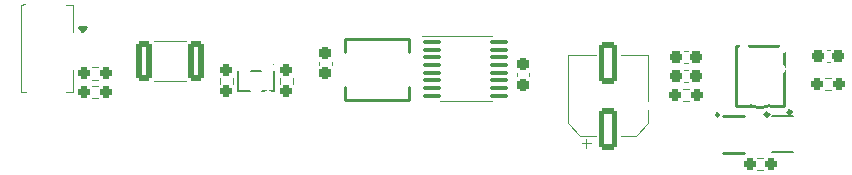
<source format=gbr>
%TF.GenerationSoftware,KiCad,Pcbnew,(6.0.6-0)*%
%TF.CreationDate,2022-09-10T00:16:47-07:00*%
%TF.ProjectId,Battery Extension PCB,42617474-6572-4792-9045-7874656e7369,rev?*%
%TF.SameCoordinates,Original*%
%TF.FileFunction,Legend,Top*%
%TF.FilePolarity,Positive*%
%FSLAX46Y46*%
G04 Gerber Fmt 4.6, Leading zero omitted, Abs format (unit mm)*
G04 Created by KiCad (PCBNEW (6.0.6-0)) date 2022-09-10 00:16:47*
%MOMM*%
%LPD*%
G01*
G04 APERTURE LIST*
G04 Aperture macros list*
%AMRoundRect*
0 Rectangle with rounded corners*
0 $1 Rounding radius*
0 $2 $3 $4 $5 $6 $7 $8 $9 X,Y pos of 4 corners*
0 Add a 4 corners polygon primitive as box body*
4,1,4,$2,$3,$4,$5,$6,$7,$8,$9,$2,$3,0*
0 Add four circle primitives for the rounded corners*
1,1,$1+$1,$2,$3*
1,1,$1+$1,$4,$5*
1,1,$1+$1,$6,$7*
1,1,$1+$1,$8,$9*
0 Add four rect primitives between the rounded corners*
20,1,$1+$1,$2,$3,$4,$5,0*
20,1,$1+$1,$4,$5,$6,$7,0*
20,1,$1+$1,$6,$7,$8,$9,0*
20,1,$1+$1,$8,$9,$2,$3,0*%
G04 Aperture macros list end*
%ADD10C,0.152400*%
%ADD11C,0.300000*%
%ADD12C,0.100000*%
%ADD13C,0.120000*%
%ADD14C,0.254001*%
%ADD15C,0.059995*%
%ADD16R,3.500000X2.000000*%
%ADD17R,2.000000X3.500000*%
%ADD18R,1.072009X0.532004*%
%ADD19RoundRect,0.237500X-0.300000X-0.237500X0.300000X-0.237500X0.300000X0.237500X-0.300000X0.237500X0*%
%ADD20R,3.000000X2.100000*%
%ADD21R,1.600000X0.800000*%
%ADD22RoundRect,0.237500X-0.250000X-0.237500X0.250000X-0.237500X0.250000X0.237500X-0.250000X0.237500X0*%
%ADD23RoundRect,0.250000X-0.400000X-1.450000X0.400000X-1.450000X0.400000X1.450000X-0.400000X1.450000X0*%
%ADD24R,1.000000X0.550013*%
%ADD25RoundRect,0.237500X0.237500X-0.300000X0.237500X0.300000X-0.237500X0.300000X-0.237500X-0.300000X0*%
%ADD26R,1.900000X2.500000*%
%ADD27RoundRect,0.237500X-0.237500X0.300000X-0.237500X-0.300000X0.237500X-0.300000X0.237500X0.300000X0*%
%ADD28RoundRect,0.237500X0.237500X-0.250000X0.237500X0.250000X-0.237500X0.250000X-0.237500X-0.250000X0*%
%ADD29R,1.200000X0.600000*%
%ADD30R,2.500000X3.499873*%
%ADD31RoundRect,0.237500X0.300000X0.237500X-0.300000X0.237500X-0.300000X-0.237500X0.300000X-0.237500X0*%
%ADD32RoundRect,0.250000X0.550000X-1.500000X0.550000X1.500000X-0.550000X1.500000X-0.550000X-1.500000X0*%
%ADD33RoundRect,0.100000X-0.687500X-0.100000X0.687500X-0.100000X0.687500X0.100000X-0.687500X0.100000X0*%
%ADD34R,2.460000X2.310000*%
%ADD35RoundRect,0.237500X0.250000X0.237500X-0.250000X0.237500X-0.250000X-0.237500X0.250000X-0.237500X0*%
%ADD36RoundRect,0.237500X-0.237500X0.250000X-0.237500X-0.250000X0.237500X-0.250000X0.237500X0.250000X0*%
%ADD37R,0.532004X1.037490*%
%ADD38C,0.800000*%
%ADD39C,1.300000*%
G04 APERTURE END LIST*
D10*
%TO.C,U6*%
X133711493Y-75336446D02*
X135489903Y-75336446D01*
X133711493Y-78414830D02*
X135489903Y-78414830D01*
D11*
X133449313Y-75207363D02*
G75*
G03*
X133449313Y-75207363I-150114J0D01*
G01*
D12*
X133250711Y-75412595D02*
G75*
G03*
X133250711Y-75412595I-50013J0D01*
G01*
D13*
%TO.C,C5*%
X126294933Y-70868000D02*
X126587467Y-70868000D01*
X126294933Y-69848000D02*
X126587467Y-69848000D01*
D14*
%TO.C,U1*%
X75609712Y-67805931D02*
X75020354Y-67806465D01*
X75579155Y-67847105D02*
X75619694Y-67805931D01*
X75020354Y-67826785D02*
X75309915Y-68116345D01*
D13*
X74529651Y-65895975D02*
X73975485Y-65913000D01*
X70129600Y-65895975D02*
X70129600Y-73296025D01*
D14*
X75309915Y-68116345D02*
X75579155Y-67847105D01*
D13*
X73924685Y-73304400D02*
X74529651Y-73296025D01*
X74529651Y-65895975D02*
X74534285Y-68249800D01*
X70444885Y-65887600D02*
X70129600Y-65895975D01*
X70129600Y-73296025D02*
X70521085Y-73304400D01*
X74529651Y-73253600D02*
X74529651Y-70993000D01*
D14*
X75020354Y-67806465D02*
X75020354Y-67826785D01*
D13*
%TO.C,R7*%
X138190218Y-73146307D02*
X138699666Y-73146307D01*
X138190218Y-72101307D02*
X138699666Y-72101307D01*
%TO.C,F1*%
X81366948Y-68952800D02*
X84139452Y-68952800D01*
X81366948Y-72372800D02*
X84139452Y-72372800D01*
%TO.C,R2*%
X76150376Y-71207100D02*
X76659824Y-71207100D01*
X76150376Y-72252100D02*
X76659824Y-72252100D01*
D14*
%TO.C,U3*%
X131385898Y-78437996D02*
X129585873Y-78437996D01*
X131385898Y-75337970D02*
X129585873Y-75337970D01*
X129215895Y-75237081D02*
G75*
G03*
X129215895Y-75237081I-127000J0D01*
G01*
D15*
X129115871Y-75453007D02*
G75*
G03*
X129115871Y-75453007I-29998J0D01*
G01*
D13*
%TO.C,C3*%
X113133600Y-71977467D02*
X113133600Y-71684933D01*
X112113600Y-71977467D02*
X112113600Y-71684933D01*
%TO.C,R5*%
X132470482Y-78869039D02*
X132979930Y-78869039D01*
X132470482Y-79914039D02*
X132979930Y-79914039D01*
D14*
%TO.C,U7*%
X102979200Y-69892847D02*
X102979200Y-68774025D01*
X102979200Y-73973975D02*
X97579200Y-73974000D01*
X97579200Y-72855153D02*
X97579200Y-73974000D01*
X97579200Y-68774000D02*
X97579200Y-69892847D01*
X97579200Y-68774000D02*
X102979200Y-68774025D01*
X102979200Y-73973975D02*
X102979200Y-72855153D01*
D15*
X97609172Y-73974000D02*
G75*
G03*
X97609172Y-73974000I-29997J0D01*
G01*
D13*
%TO.C,C2*%
X95400400Y-70719733D02*
X95400400Y-71012267D01*
X96420400Y-70719733D02*
X96420400Y-71012267D01*
%TO.C,R3*%
X92085900Y-72593924D02*
X92085900Y-72084476D01*
X93130900Y-72593924D02*
X93130900Y-72084476D01*
D14*
%TO.C,U5*%
X134754580Y-69413496D02*
X134754580Y-74513572D01*
X133504644Y-74513318D02*
X134754580Y-74513318D01*
X130654504Y-74513318D02*
X130654504Y-69413242D01*
X130654504Y-69413496D02*
X134754580Y-69413496D01*
X131904440Y-74513318D02*
X130654504Y-74513318D01*
X131904440Y-74463280D02*
G75*
G03*
X133504644Y-74463280I800102J1683851D01*
G01*
X135374849Y-74993379D02*
G75*
G03*
X135374849Y-74993379I-170180J0D01*
G01*
D15*
X135684476Y-74417560D02*
G75*
G03*
X135684476Y-74417560I-29972J0D01*
G01*
D13*
%TO.C,C1*%
X138627067Y-69746400D02*
X138334533Y-69746400D01*
X138627067Y-70766400D02*
X138334533Y-70766400D01*
%TO.C,C6*%
X116427200Y-75960763D02*
X116427200Y-70205200D01*
X116427200Y-70205200D02*
X118777200Y-70205200D01*
X123247200Y-70205200D02*
X120897200Y-70205200D01*
X122182763Y-77025200D02*
X120897200Y-77025200D01*
X117989700Y-78052700D02*
X117989700Y-77265200D01*
X117491637Y-77025200D02*
X116427200Y-75960763D01*
X122182763Y-77025200D02*
X123247200Y-75960763D01*
X123247200Y-75960763D02*
X123247200Y-70205200D01*
X117595950Y-77658950D02*
X118383450Y-77658950D01*
X117491637Y-77025200D02*
X118777200Y-77025200D01*
%TO.C,C4*%
X126587467Y-71473600D02*
X126294933Y-71473600D01*
X126587467Y-72493600D02*
X126294933Y-72493600D01*
%TO.C,U4*%
X107772779Y-74102512D02*
X109972779Y-74102512D01*
X107772779Y-74102512D02*
X105572779Y-74102512D01*
X107772779Y-68582512D02*
X104122779Y-68582512D01*
X107772779Y-68582512D02*
X109972779Y-68582512D01*
%TO.C,R1*%
X76659824Y-73826900D02*
X76150376Y-73826900D01*
X76659824Y-72781900D02*
X76150376Y-72781900D01*
%TO.C,R4*%
X88050900Y-72084476D02*
X88050900Y-72593924D01*
X87005900Y-72084476D02*
X87005900Y-72593924D01*
%TO.C,R8*%
X126186476Y-73035900D02*
X126695924Y-73035900D01*
X126186476Y-74080900D02*
X126695924Y-74080900D01*
D10*
%TO.C,U2*%
X91543813Y-73248700D02*
X90512190Y-73248700D01*
X89562202Y-71531300D02*
X90472998Y-71531300D01*
X88491387Y-71531300D02*
X88491387Y-73248700D01*
X91543813Y-71531300D02*
X91543813Y-73248700D01*
X88491387Y-73248700D02*
X89523010Y-73248700D01*
D15*
X91547572Y-70965006D02*
G75*
G03*
X91547572Y-70965006I-29997J0D01*
G01*
%TD*%
%LPC*%
D16*
%TO.C,P13*%
X142240000Y-71729600D03*
%TD*%
%TO.C,P12*%
X142240000Y-77343000D03*
%TD*%
D17*
%TO.C,P11*%
X138252200Y-80721200D03*
%TD*%
%TO.C,P7*%
X128244600Y-80721200D03*
%TD*%
%TO.C,P3*%
X118338600Y-80721200D03*
%TD*%
D18*
%TO.C,U6*%
X133451600Y-75925676D03*
X133451600Y-76875638D03*
X133451600Y-77825600D03*
X135749796Y-77825600D03*
X135749796Y-76875638D03*
X135749796Y-75925676D03*
%TD*%
D19*
%TO.C,C5*%
X125578700Y-70358000D03*
X127303700Y-70358000D03*
%TD*%
D20*
%TO.C,U1*%
X72229676Y-66420994D03*
X72229676Y-72771006D03*
D21*
X75129600Y-68970905D03*
X75129600Y-70221095D03*
%TD*%
D22*
%TO.C,R7*%
X137532442Y-72623807D03*
X139357442Y-72623807D03*
%TD*%
D23*
%TO.C,F1*%
X80528200Y-70662800D03*
X84978200Y-70662800D03*
%TD*%
D22*
%TO.C,R2*%
X75492600Y-71729600D03*
X77317600Y-71729600D03*
%TD*%
D16*
%TO.C,P2*%
X68021200Y-72694800D03*
%TD*%
D24*
%TO.C,U3*%
X129085847Y-75938123D03*
X129085847Y-76888085D03*
X129085847Y-77838047D03*
X131885949Y-77838047D03*
X131885949Y-76888085D03*
X131885949Y-75938123D03*
%TD*%
D25*
%TO.C,C3*%
X112623600Y-72693700D03*
X112623600Y-70968700D03*
%TD*%
D22*
%TO.C,R5*%
X131812706Y-79391539D03*
X133637706Y-79391539D03*
%TD*%
D26*
%TO.C,U7*%
X98229162Y-71374000D03*
X102329238Y-71374000D03*
%TD*%
D16*
%TO.C,P1*%
X68021200Y-69926200D03*
%TD*%
D27*
%TO.C,C2*%
X95910400Y-70003500D03*
X95910400Y-71728500D03*
%TD*%
D28*
%TO.C,R3*%
X92608400Y-73251700D03*
X92608400Y-71426700D03*
%TD*%
D29*
%TO.C,U5*%
X135612848Y-73868411D03*
X135612848Y-72598408D03*
X135612848Y-71328406D03*
X135612848Y-70058403D03*
X129796236Y-70058403D03*
X129796236Y-71328406D03*
X129796236Y-72598408D03*
X129796236Y-73868411D03*
D30*
X132704542Y-71963407D03*
%TD*%
D31*
%TO.C,C1*%
X139343300Y-70256400D03*
X137618300Y-70256400D03*
%TD*%
D32*
%TO.C,C6*%
X119837200Y-76415200D03*
X119837200Y-70815200D03*
%TD*%
D31*
%TO.C,C4*%
X127303700Y-71983600D03*
X125578700Y-71983600D03*
%TD*%
D33*
%TO.C,U4*%
X110635279Y-69067512D03*
X110635279Y-69717512D03*
X110635279Y-70367512D03*
X110635279Y-71017512D03*
X110635279Y-71667512D03*
X110635279Y-72317512D03*
X110635279Y-72967512D03*
X110635279Y-73617512D03*
X104910279Y-73617512D03*
X104910279Y-72967512D03*
X104910279Y-72317512D03*
X104910279Y-71667512D03*
X104910279Y-71017512D03*
X104910279Y-70367512D03*
X104910279Y-69717512D03*
X104910279Y-69067512D03*
D34*
X107772779Y-71342512D03*
%TD*%
D35*
%TO.C,R1*%
X77317600Y-73304400D03*
X75492600Y-73304400D03*
%TD*%
D36*
%TO.C,R4*%
X87528400Y-71426700D03*
X87528400Y-73251700D03*
%TD*%
D22*
%TO.C,R8*%
X125528700Y-73558400D03*
X127353700Y-73558400D03*
%TD*%
D37*
%TO.C,U2*%
X90967562Y-71288654D03*
X89067638Y-71288654D03*
X90017600Y-73491346D03*
%TD*%
D38*
X138684000Y-78486000D03*
X117754400Y-78384400D03*
X140004800Y-77774800D03*
X71374000Y-70358000D03*
X70662800Y-69342000D03*
D39*
X141071600Y-74676000D03*
X75031600Y-65430400D03*
D38*
X118110000Y-74371200D03*
X130810000Y-79044800D03*
X136799194Y-71328406D03*
X117246400Y-73355200D03*
X114503200Y-69443600D03*
X121818400Y-69443600D03*
X121513600Y-74066400D03*
X108813600Y-69189600D03*
X106832400Y-69189600D03*
X134513194Y-71328406D03*
X135940800Y-79146400D03*
X131318000Y-69545200D03*
X120396000Y-73050400D03*
X117906800Y-69494400D03*
X116484400Y-69443600D03*
X124155200Y-73050400D03*
X138627989Y-73868411D03*
X107696000Y-69189600D03*
X128727200Y-74117200D03*
X134721600Y-69545200D03*
X94488000Y-71932800D03*
X81788000Y-70662800D03*
X126796800Y-69443600D03*
X74523600Y-71018400D03*
X123037600Y-74472800D03*
X124206000Y-70459600D03*
X129997200Y-75946000D03*
X134772400Y-75946000D03*
X121869200Y-71780400D03*
X121564400Y-76250800D03*
X78689200Y-73406000D03*
X137174900Y-75857700D03*
X125628400Y-74676000D03*
X139039600Y-75133200D03*
X136601200Y-74930000D03*
X91033600Y-73546700D03*
X111793279Y-73585132D03*
M02*

</source>
